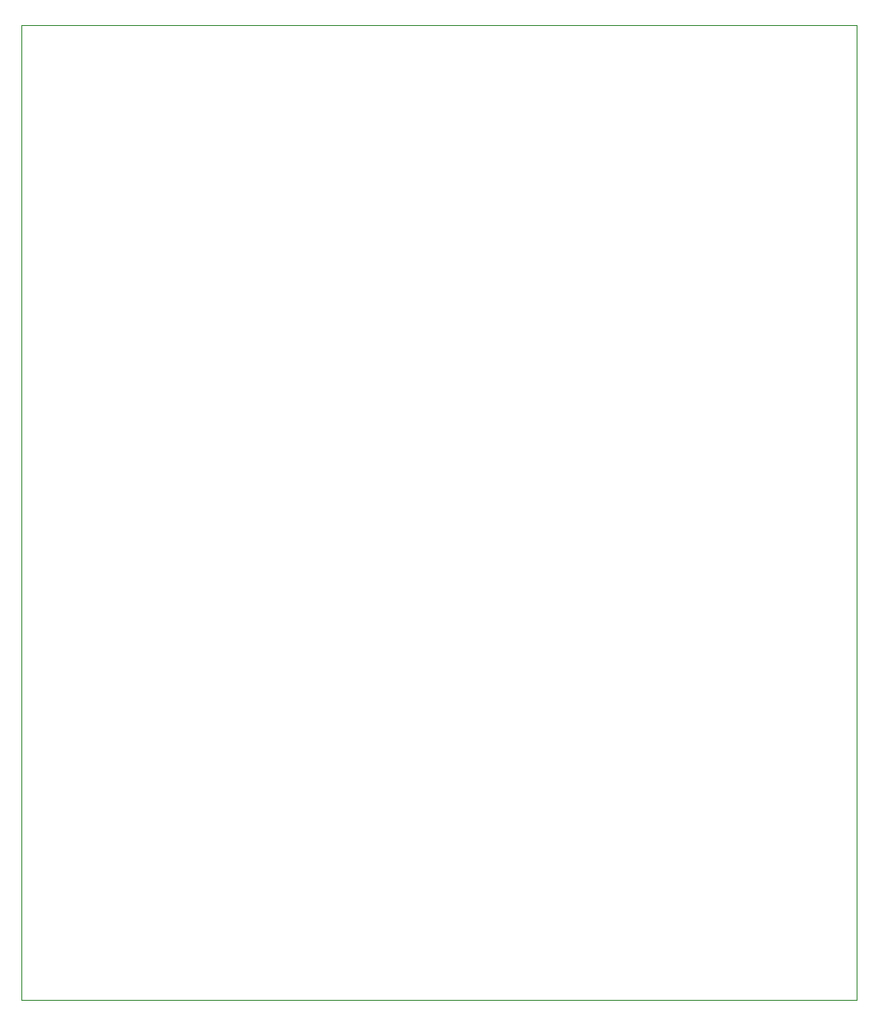
<source format=gko>
G04 Layer_Color=16711935*
%FSAX24Y24*%
%MOIN*%
G70*
G01*
G75*
%ADD84C,0.0010*%
D84*
X010000Y010000D02*
Y045000D01*
X040000D01*
Y010000D02*
Y045000D01*
X010000Y010000D02*
X040000D01*
M02*

</source>
